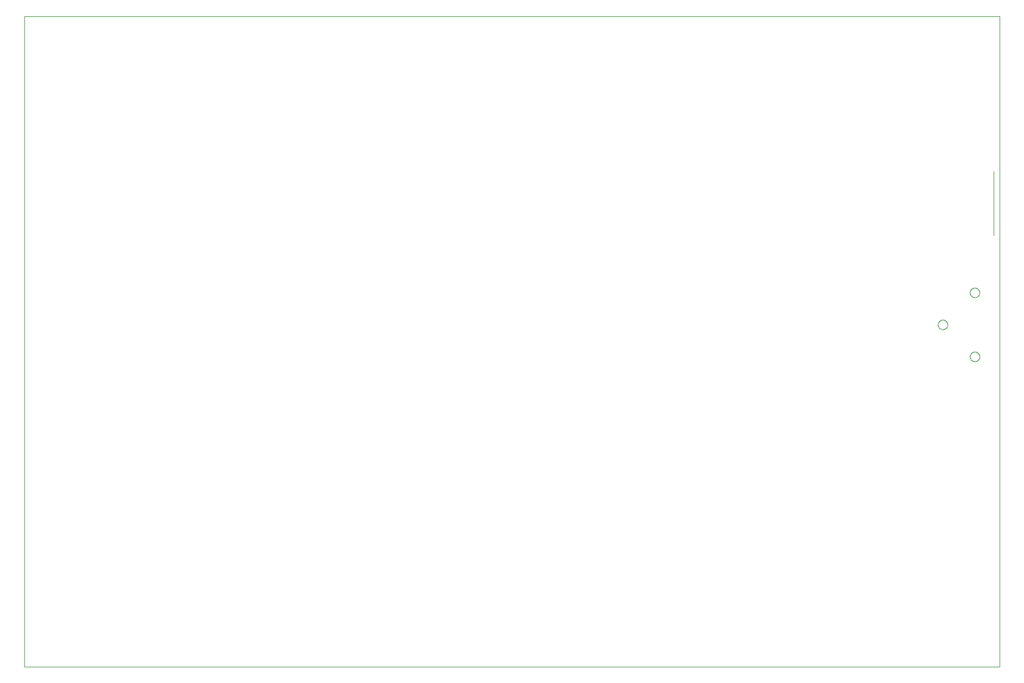
<source format=gbp>
G75*
%MOIN*%
%OFA0B0*%
%FSLAX25Y25*%
%IPPOS*%
%LPD*%
%AMOC8*
5,1,8,0,0,1.08239X$1,22.5*
%
%ADD10C,0.00000*%
D10*
X0199833Y0054300D02*
X0199833Y0454260D01*
X0799534Y0454260D01*
X0799534Y0054300D01*
X0199833Y0054300D01*
X0761565Y0264693D02*
X0761567Y0264801D01*
X0761573Y0264910D01*
X0761583Y0265018D01*
X0761597Y0265125D01*
X0761615Y0265232D01*
X0761636Y0265339D01*
X0761662Y0265444D01*
X0761692Y0265549D01*
X0761725Y0265652D01*
X0761762Y0265754D01*
X0761803Y0265854D01*
X0761847Y0265953D01*
X0761896Y0266051D01*
X0761947Y0266146D01*
X0762002Y0266239D01*
X0762061Y0266331D01*
X0762123Y0266420D01*
X0762188Y0266507D01*
X0762256Y0266591D01*
X0762327Y0266673D01*
X0762401Y0266752D01*
X0762478Y0266828D01*
X0762558Y0266902D01*
X0762641Y0266972D01*
X0762726Y0267040D01*
X0762813Y0267104D01*
X0762903Y0267165D01*
X0762995Y0267223D01*
X0763089Y0267277D01*
X0763185Y0267328D01*
X0763282Y0267375D01*
X0763382Y0267419D01*
X0763483Y0267459D01*
X0763585Y0267495D01*
X0763688Y0267527D01*
X0763793Y0267556D01*
X0763899Y0267580D01*
X0764005Y0267601D01*
X0764112Y0267618D01*
X0764220Y0267631D01*
X0764328Y0267640D01*
X0764437Y0267645D01*
X0764545Y0267646D01*
X0764654Y0267643D01*
X0764762Y0267636D01*
X0764870Y0267625D01*
X0764977Y0267610D01*
X0765084Y0267591D01*
X0765190Y0267568D01*
X0765295Y0267542D01*
X0765400Y0267511D01*
X0765502Y0267477D01*
X0765604Y0267439D01*
X0765704Y0267397D01*
X0765803Y0267352D01*
X0765900Y0267303D01*
X0765994Y0267250D01*
X0766087Y0267194D01*
X0766178Y0267135D01*
X0766267Y0267072D01*
X0766353Y0267007D01*
X0766437Y0266938D01*
X0766518Y0266866D01*
X0766596Y0266791D01*
X0766672Y0266713D01*
X0766745Y0266632D01*
X0766815Y0266549D01*
X0766881Y0266464D01*
X0766945Y0266376D01*
X0767005Y0266285D01*
X0767062Y0266193D01*
X0767115Y0266098D01*
X0767165Y0266002D01*
X0767211Y0265904D01*
X0767254Y0265804D01*
X0767293Y0265703D01*
X0767328Y0265600D01*
X0767360Y0265497D01*
X0767387Y0265392D01*
X0767411Y0265286D01*
X0767431Y0265179D01*
X0767447Y0265072D01*
X0767459Y0264964D01*
X0767467Y0264856D01*
X0767471Y0264747D01*
X0767471Y0264639D01*
X0767467Y0264530D01*
X0767459Y0264422D01*
X0767447Y0264314D01*
X0767431Y0264207D01*
X0767411Y0264100D01*
X0767387Y0263994D01*
X0767360Y0263889D01*
X0767328Y0263786D01*
X0767293Y0263683D01*
X0767254Y0263582D01*
X0767211Y0263482D01*
X0767165Y0263384D01*
X0767115Y0263288D01*
X0767062Y0263193D01*
X0767005Y0263101D01*
X0766945Y0263010D01*
X0766881Y0262922D01*
X0766815Y0262837D01*
X0766745Y0262754D01*
X0766672Y0262673D01*
X0766596Y0262595D01*
X0766518Y0262520D01*
X0766437Y0262448D01*
X0766353Y0262379D01*
X0766267Y0262314D01*
X0766178Y0262251D01*
X0766087Y0262192D01*
X0765995Y0262136D01*
X0765900Y0262083D01*
X0765803Y0262034D01*
X0765704Y0261989D01*
X0765604Y0261947D01*
X0765502Y0261909D01*
X0765400Y0261875D01*
X0765295Y0261844D01*
X0765190Y0261818D01*
X0765084Y0261795D01*
X0764977Y0261776D01*
X0764870Y0261761D01*
X0764762Y0261750D01*
X0764654Y0261743D01*
X0764545Y0261740D01*
X0764437Y0261741D01*
X0764328Y0261746D01*
X0764220Y0261755D01*
X0764112Y0261768D01*
X0764005Y0261785D01*
X0763899Y0261806D01*
X0763793Y0261830D01*
X0763688Y0261859D01*
X0763585Y0261891D01*
X0763483Y0261927D01*
X0763382Y0261967D01*
X0763282Y0262011D01*
X0763185Y0262058D01*
X0763089Y0262109D01*
X0762995Y0262163D01*
X0762903Y0262221D01*
X0762813Y0262282D01*
X0762726Y0262346D01*
X0762641Y0262414D01*
X0762558Y0262484D01*
X0762478Y0262558D01*
X0762401Y0262634D01*
X0762327Y0262713D01*
X0762256Y0262795D01*
X0762188Y0262879D01*
X0762123Y0262966D01*
X0762061Y0263055D01*
X0762002Y0263147D01*
X0761947Y0263240D01*
X0761896Y0263335D01*
X0761847Y0263433D01*
X0761803Y0263532D01*
X0761762Y0263632D01*
X0761725Y0263734D01*
X0761692Y0263837D01*
X0761662Y0263942D01*
X0761636Y0264047D01*
X0761615Y0264154D01*
X0761597Y0264261D01*
X0761583Y0264368D01*
X0761573Y0264476D01*
X0761567Y0264585D01*
X0761565Y0264693D01*
X0781250Y0245008D02*
X0781252Y0245116D01*
X0781258Y0245225D01*
X0781268Y0245333D01*
X0781282Y0245440D01*
X0781300Y0245547D01*
X0781321Y0245654D01*
X0781347Y0245759D01*
X0781377Y0245864D01*
X0781410Y0245967D01*
X0781447Y0246069D01*
X0781488Y0246169D01*
X0781532Y0246268D01*
X0781581Y0246366D01*
X0781632Y0246461D01*
X0781687Y0246554D01*
X0781746Y0246646D01*
X0781808Y0246735D01*
X0781873Y0246822D01*
X0781941Y0246906D01*
X0782012Y0246988D01*
X0782086Y0247067D01*
X0782163Y0247143D01*
X0782243Y0247217D01*
X0782326Y0247287D01*
X0782411Y0247355D01*
X0782498Y0247419D01*
X0782588Y0247480D01*
X0782680Y0247538D01*
X0782774Y0247592D01*
X0782870Y0247643D01*
X0782967Y0247690D01*
X0783067Y0247734D01*
X0783168Y0247774D01*
X0783270Y0247810D01*
X0783373Y0247842D01*
X0783478Y0247871D01*
X0783584Y0247895D01*
X0783690Y0247916D01*
X0783797Y0247933D01*
X0783905Y0247946D01*
X0784013Y0247955D01*
X0784122Y0247960D01*
X0784230Y0247961D01*
X0784339Y0247958D01*
X0784447Y0247951D01*
X0784555Y0247940D01*
X0784662Y0247925D01*
X0784769Y0247906D01*
X0784875Y0247883D01*
X0784980Y0247857D01*
X0785085Y0247826D01*
X0785187Y0247792D01*
X0785289Y0247754D01*
X0785389Y0247712D01*
X0785488Y0247667D01*
X0785585Y0247618D01*
X0785679Y0247565D01*
X0785772Y0247509D01*
X0785863Y0247450D01*
X0785952Y0247387D01*
X0786038Y0247322D01*
X0786122Y0247253D01*
X0786203Y0247181D01*
X0786281Y0247106D01*
X0786357Y0247028D01*
X0786430Y0246947D01*
X0786500Y0246864D01*
X0786566Y0246779D01*
X0786630Y0246691D01*
X0786690Y0246600D01*
X0786747Y0246508D01*
X0786800Y0246413D01*
X0786850Y0246317D01*
X0786896Y0246219D01*
X0786939Y0246119D01*
X0786978Y0246018D01*
X0787013Y0245915D01*
X0787045Y0245812D01*
X0787072Y0245707D01*
X0787096Y0245601D01*
X0787116Y0245494D01*
X0787132Y0245387D01*
X0787144Y0245279D01*
X0787152Y0245171D01*
X0787156Y0245062D01*
X0787156Y0244954D01*
X0787152Y0244845D01*
X0787144Y0244737D01*
X0787132Y0244629D01*
X0787116Y0244522D01*
X0787096Y0244415D01*
X0787072Y0244309D01*
X0787045Y0244204D01*
X0787013Y0244101D01*
X0786978Y0243998D01*
X0786939Y0243897D01*
X0786896Y0243797D01*
X0786850Y0243699D01*
X0786800Y0243603D01*
X0786747Y0243508D01*
X0786690Y0243416D01*
X0786630Y0243325D01*
X0786566Y0243237D01*
X0786500Y0243152D01*
X0786430Y0243069D01*
X0786357Y0242988D01*
X0786281Y0242910D01*
X0786203Y0242835D01*
X0786122Y0242763D01*
X0786038Y0242694D01*
X0785952Y0242629D01*
X0785863Y0242566D01*
X0785772Y0242507D01*
X0785680Y0242451D01*
X0785585Y0242398D01*
X0785488Y0242349D01*
X0785389Y0242304D01*
X0785289Y0242262D01*
X0785187Y0242224D01*
X0785085Y0242190D01*
X0784980Y0242159D01*
X0784875Y0242133D01*
X0784769Y0242110D01*
X0784662Y0242091D01*
X0784555Y0242076D01*
X0784447Y0242065D01*
X0784339Y0242058D01*
X0784230Y0242055D01*
X0784122Y0242056D01*
X0784013Y0242061D01*
X0783905Y0242070D01*
X0783797Y0242083D01*
X0783690Y0242100D01*
X0783584Y0242121D01*
X0783478Y0242145D01*
X0783373Y0242174D01*
X0783270Y0242206D01*
X0783168Y0242242D01*
X0783067Y0242282D01*
X0782967Y0242326D01*
X0782870Y0242373D01*
X0782774Y0242424D01*
X0782680Y0242478D01*
X0782588Y0242536D01*
X0782498Y0242597D01*
X0782411Y0242661D01*
X0782326Y0242729D01*
X0782243Y0242799D01*
X0782163Y0242873D01*
X0782086Y0242949D01*
X0782012Y0243028D01*
X0781941Y0243110D01*
X0781873Y0243194D01*
X0781808Y0243281D01*
X0781746Y0243370D01*
X0781687Y0243462D01*
X0781632Y0243555D01*
X0781581Y0243650D01*
X0781532Y0243748D01*
X0781488Y0243847D01*
X0781447Y0243947D01*
X0781410Y0244049D01*
X0781377Y0244152D01*
X0781347Y0244257D01*
X0781321Y0244362D01*
X0781300Y0244469D01*
X0781282Y0244576D01*
X0781268Y0244683D01*
X0781258Y0244791D01*
X0781252Y0244900D01*
X0781250Y0245008D01*
X0781250Y0284378D02*
X0781252Y0284486D01*
X0781258Y0284595D01*
X0781268Y0284703D01*
X0781282Y0284810D01*
X0781300Y0284917D01*
X0781321Y0285024D01*
X0781347Y0285129D01*
X0781377Y0285234D01*
X0781410Y0285337D01*
X0781447Y0285439D01*
X0781488Y0285539D01*
X0781532Y0285638D01*
X0781581Y0285736D01*
X0781632Y0285831D01*
X0781687Y0285924D01*
X0781746Y0286016D01*
X0781808Y0286105D01*
X0781873Y0286192D01*
X0781941Y0286276D01*
X0782012Y0286358D01*
X0782086Y0286437D01*
X0782163Y0286513D01*
X0782243Y0286587D01*
X0782326Y0286657D01*
X0782411Y0286725D01*
X0782498Y0286789D01*
X0782588Y0286850D01*
X0782680Y0286908D01*
X0782774Y0286962D01*
X0782870Y0287013D01*
X0782967Y0287060D01*
X0783067Y0287104D01*
X0783168Y0287144D01*
X0783270Y0287180D01*
X0783373Y0287212D01*
X0783478Y0287241D01*
X0783584Y0287265D01*
X0783690Y0287286D01*
X0783797Y0287303D01*
X0783905Y0287316D01*
X0784013Y0287325D01*
X0784122Y0287330D01*
X0784230Y0287331D01*
X0784339Y0287328D01*
X0784447Y0287321D01*
X0784555Y0287310D01*
X0784662Y0287295D01*
X0784769Y0287276D01*
X0784875Y0287253D01*
X0784980Y0287227D01*
X0785085Y0287196D01*
X0785187Y0287162D01*
X0785289Y0287124D01*
X0785389Y0287082D01*
X0785488Y0287037D01*
X0785585Y0286988D01*
X0785679Y0286935D01*
X0785772Y0286879D01*
X0785863Y0286820D01*
X0785952Y0286757D01*
X0786038Y0286692D01*
X0786122Y0286623D01*
X0786203Y0286551D01*
X0786281Y0286476D01*
X0786357Y0286398D01*
X0786430Y0286317D01*
X0786500Y0286234D01*
X0786566Y0286149D01*
X0786630Y0286061D01*
X0786690Y0285970D01*
X0786747Y0285878D01*
X0786800Y0285783D01*
X0786850Y0285687D01*
X0786896Y0285589D01*
X0786939Y0285489D01*
X0786978Y0285388D01*
X0787013Y0285285D01*
X0787045Y0285182D01*
X0787072Y0285077D01*
X0787096Y0284971D01*
X0787116Y0284864D01*
X0787132Y0284757D01*
X0787144Y0284649D01*
X0787152Y0284541D01*
X0787156Y0284432D01*
X0787156Y0284324D01*
X0787152Y0284215D01*
X0787144Y0284107D01*
X0787132Y0283999D01*
X0787116Y0283892D01*
X0787096Y0283785D01*
X0787072Y0283679D01*
X0787045Y0283574D01*
X0787013Y0283471D01*
X0786978Y0283368D01*
X0786939Y0283267D01*
X0786896Y0283167D01*
X0786850Y0283069D01*
X0786800Y0282973D01*
X0786747Y0282878D01*
X0786690Y0282786D01*
X0786630Y0282695D01*
X0786566Y0282607D01*
X0786500Y0282522D01*
X0786430Y0282439D01*
X0786357Y0282358D01*
X0786281Y0282280D01*
X0786203Y0282205D01*
X0786122Y0282133D01*
X0786038Y0282064D01*
X0785952Y0281999D01*
X0785863Y0281936D01*
X0785772Y0281877D01*
X0785680Y0281821D01*
X0785585Y0281768D01*
X0785488Y0281719D01*
X0785389Y0281674D01*
X0785289Y0281632D01*
X0785187Y0281594D01*
X0785085Y0281560D01*
X0784980Y0281529D01*
X0784875Y0281503D01*
X0784769Y0281480D01*
X0784662Y0281461D01*
X0784555Y0281446D01*
X0784447Y0281435D01*
X0784339Y0281428D01*
X0784230Y0281425D01*
X0784122Y0281426D01*
X0784013Y0281431D01*
X0783905Y0281440D01*
X0783797Y0281453D01*
X0783690Y0281470D01*
X0783584Y0281491D01*
X0783478Y0281515D01*
X0783373Y0281544D01*
X0783270Y0281576D01*
X0783168Y0281612D01*
X0783067Y0281652D01*
X0782967Y0281696D01*
X0782870Y0281743D01*
X0782774Y0281794D01*
X0782680Y0281848D01*
X0782588Y0281906D01*
X0782498Y0281967D01*
X0782411Y0282031D01*
X0782326Y0282099D01*
X0782243Y0282169D01*
X0782163Y0282243D01*
X0782086Y0282319D01*
X0782012Y0282398D01*
X0781941Y0282480D01*
X0781873Y0282564D01*
X0781808Y0282651D01*
X0781746Y0282740D01*
X0781687Y0282832D01*
X0781632Y0282925D01*
X0781581Y0283020D01*
X0781532Y0283118D01*
X0781488Y0283217D01*
X0781447Y0283317D01*
X0781410Y0283419D01*
X0781377Y0283522D01*
X0781347Y0283627D01*
X0781321Y0283732D01*
X0781300Y0283839D01*
X0781282Y0283946D01*
X0781268Y0284053D01*
X0781258Y0284161D01*
X0781252Y0284270D01*
X0781250Y0284378D01*
X0795699Y0319615D02*
X0795699Y0358985D01*
M02*

</source>
